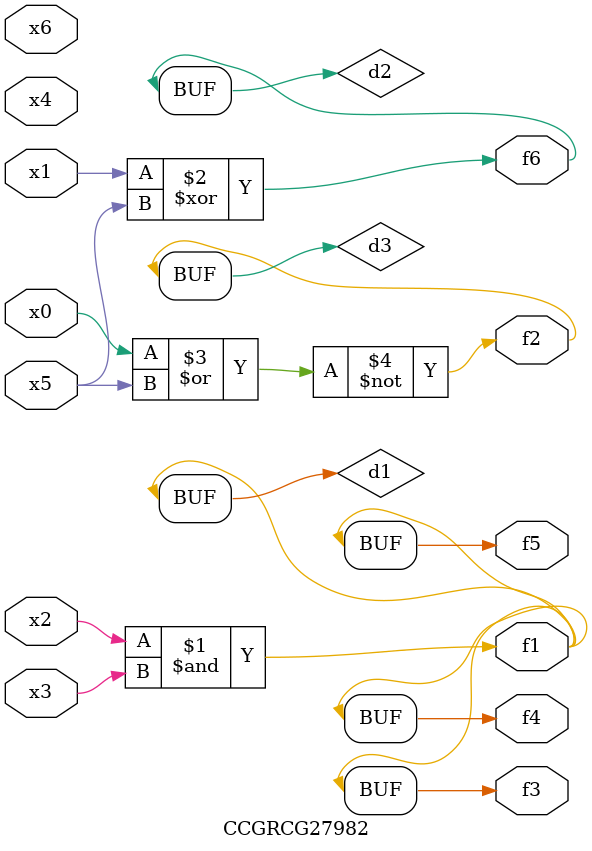
<source format=v>
module CCGRCG27982(
	input x0, x1, x2, x3, x4, x5, x6,
	output f1, f2, f3, f4, f5, f6
);

	wire d1, d2, d3;

	and (d1, x2, x3);
	xor (d2, x1, x5);
	nor (d3, x0, x5);
	assign f1 = d1;
	assign f2 = d3;
	assign f3 = d1;
	assign f4 = d1;
	assign f5 = d1;
	assign f6 = d2;
endmodule

</source>
